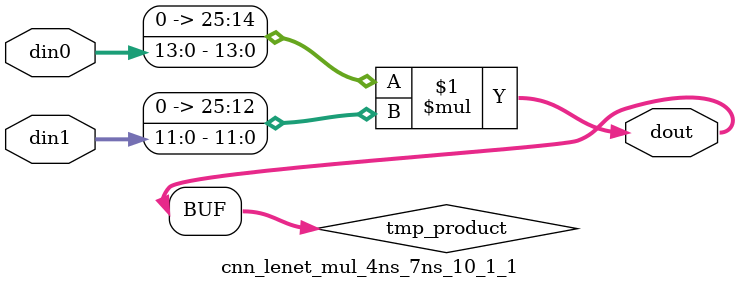
<source format=v>

`timescale 1 ns / 1 ps

  module cnn_lenet_mul_4ns_7ns_10_1_1(din0, din1, dout);
parameter ID = 1;
parameter NUM_STAGE = 0;
parameter din0_WIDTH = 14;
parameter din1_WIDTH = 12;
parameter dout_WIDTH = 26;

input [din0_WIDTH - 1 : 0] din0; 
input [din1_WIDTH - 1 : 0] din1; 
output [dout_WIDTH - 1 : 0] dout;

wire signed [dout_WIDTH - 1 : 0] tmp_product;










assign tmp_product = $signed({1'b0, din0}) * $signed({1'b0, din1});











assign dout = tmp_product;







endmodule

</source>
